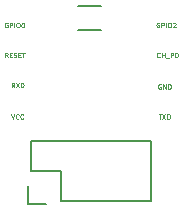
<source format=gbr>
G04 #@! TF.FileFunction,Legend,Top*
%FSLAX46Y46*%
G04 Gerber Fmt 4.6, Leading zero omitted, Abs format (unit mm)*
G04 Created by KiCad (PCBNEW 4.0.2-stable) date 12/27/2016 12:03:46 PM*
%MOMM*%
G01*
G04 APERTURE LIST*
%ADD10C,0.100000*%
%ADD11C,0.075000*%
%ADD12C,0.150000*%
G04 APERTURE END LIST*
D10*
D11*
X130102048Y-109908952D02*
X129968714Y-109718476D01*
X129873476Y-109908952D02*
X129873476Y-109508952D01*
X130025857Y-109508952D01*
X130063952Y-109528000D01*
X130083000Y-109547048D01*
X130102048Y-109585143D01*
X130102048Y-109642286D01*
X130083000Y-109680381D01*
X130063952Y-109699429D01*
X130025857Y-109718476D01*
X129873476Y-109718476D01*
X130273476Y-109699429D02*
X130406809Y-109699429D01*
X130463952Y-109908952D02*
X130273476Y-109908952D01*
X130273476Y-109508952D01*
X130463952Y-109508952D01*
X130616333Y-109889905D02*
X130673476Y-109908952D01*
X130768714Y-109908952D01*
X130806810Y-109889905D01*
X130825857Y-109870857D01*
X130844905Y-109832762D01*
X130844905Y-109794667D01*
X130825857Y-109756571D01*
X130806810Y-109737524D01*
X130768714Y-109718476D01*
X130692524Y-109699429D01*
X130654429Y-109680381D01*
X130635381Y-109661333D01*
X130616333Y-109623238D01*
X130616333Y-109585143D01*
X130635381Y-109547048D01*
X130654429Y-109528000D01*
X130692524Y-109508952D01*
X130787762Y-109508952D01*
X130844905Y-109528000D01*
X131016333Y-109699429D02*
X131149666Y-109699429D01*
X131206809Y-109908952D02*
X131016333Y-109908952D01*
X131016333Y-109508952D01*
X131206809Y-109508952D01*
X131321095Y-109508952D02*
X131549667Y-109508952D01*
X131435381Y-109908952D02*
X131435381Y-109508952D01*
X130092524Y-106988000D02*
X130054429Y-106968952D01*
X129997286Y-106968952D01*
X129940143Y-106988000D01*
X129902048Y-107026095D01*
X129883000Y-107064190D01*
X129863952Y-107140381D01*
X129863952Y-107197524D01*
X129883000Y-107273714D01*
X129902048Y-107311810D01*
X129940143Y-107349905D01*
X129997286Y-107368952D01*
X130035381Y-107368952D01*
X130092524Y-107349905D01*
X130111572Y-107330857D01*
X130111572Y-107197524D01*
X130035381Y-107197524D01*
X130283000Y-107368952D02*
X130283000Y-106968952D01*
X130435381Y-106968952D01*
X130473476Y-106988000D01*
X130492524Y-107007048D01*
X130511572Y-107045143D01*
X130511572Y-107102286D01*
X130492524Y-107140381D01*
X130473476Y-107159429D01*
X130435381Y-107178476D01*
X130283000Y-107178476D01*
X130683000Y-107368952D02*
X130683000Y-106968952D01*
X130949667Y-106968952D02*
X131025857Y-106968952D01*
X131063952Y-106988000D01*
X131102048Y-107026095D01*
X131121095Y-107102286D01*
X131121095Y-107235619D01*
X131102048Y-107311810D01*
X131063952Y-107349905D01*
X131025857Y-107368952D01*
X130949667Y-107368952D01*
X130911571Y-107349905D01*
X130873476Y-107311810D01*
X130854428Y-107235619D01*
X130854428Y-107102286D01*
X130873476Y-107026095D01*
X130911571Y-106988000D01*
X130949667Y-106968952D01*
X131368715Y-106968952D02*
X131406810Y-106968952D01*
X131444905Y-106988000D01*
X131463953Y-107007048D01*
X131483000Y-107045143D01*
X131502048Y-107121333D01*
X131502048Y-107216571D01*
X131483000Y-107292762D01*
X131463953Y-107330857D01*
X131444905Y-107349905D01*
X131406810Y-107368952D01*
X131368715Y-107368952D01*
X131330619Y-107349905D01*
X131311572Y-107330857D01*
X131292524Y-107292762D01*
X131273476Y-107216571D01*
X131273476Y-107121333D01*
X131292524Y-107045143D01*
X131311572Y-107007048D01*
X131330619Y-106988000D01*
X131368715Y-106968952D01*
X130670334Y-112448952D02*
X130537000Y-112258476D01*
X130441762Y-112448952D02*
X130441762Y-112048952D01*
X130594143Y-112048952D01*
X130632238Y-112068000D01*
X130651286Y-112087048D01*
X130670334Y-112125143D01*
X130670334Y-112182286D01*
X130651286Y-112220381D01*
X130632238Y-112239429D01*
X130594143Y-112258476D01*
X130441762Y-112258476D01*
X130803667Y-112048952D02*
X131070334Y-112448952D01*
X131070334Y-112048952D02*
X130803667Y-112448952D01*
X131222714Y-112448952D02*
X131222714Y-112048952D01*
X131317952Y-112048952D01*
X131375095Y-112068000D01*
X131413190Y-112106095D01*
X131432238Y-112144190D01*
X131451286Y-112220381D01*
X131451286Y-112277524D01*
X131432238Y-112353714D01*
X131413190Y-112391810D01*
X131375095Y-112429905D01*
X131317952Y-112448952D01*
X131222714Y-112448952D01*
X130403667Y-114715952D02*
X130537001Y-115115952D01*
X130670334Y-114715952D01*
X131032239Y-115077857D02*
X131013191Y-115096905D01*
X130956048Y-115115952D01*
X130917953Y-115115952D01*
X130860810Y-115096905D01*
X130822715Y-115058810D01*
X130803667Y-115020714D01*
X130784619Y-114944524D01*
X130784619Y-114887381D01*
X130803667Y-114811190D01*
X130822715Y-114773095D01*
X130860810Y-114735000D01*
X130917953Y-114715952D01*
X130956048Y-114715952D01*
X131013191Y-114735000D01*
X131032239Y-114754048D01*
X131432239Y-115077857D02*
X131413191Y-115096905D01*
X131356048Y-115115952D01*
X131317953Y-115115952D01*
X131260810Y-115096905D01*
X131222715Y-115058810D01*
X131203667Y-115020714D01*
X131184619Y-114944524D01*
X131184619Y-114887381D01*
X131203667Y-114811190D01*
X131222715Y-114773095D01*
X131260810Y-114735000D01*
X131317953Y-114715952D01*
X131356048Y-114715952D01*
X131413191Y-114735000D01*
X131432239Y-114754048D01*
X142878238Y-114715952D02*
X143106810Y-114715952D01*
X142992524Y-115115952D02*
X142992524Y-114715952D01*
X143202048Y-114715952D02*
X143468715Y-115115952D01*
X143468715Y-114715952D02*
X143202048Y-115115952D01*
X143621095Y-115115952D02*
X143621095Y-114715952D01*
X143716333Y-114715952D01*
X143773476Y-114735000D01*
X143811571Y-114773095D01*
X143830619Y-114811190D01*
X143849667Y-114887381D01*
X143849667Y-114944524D01*
X143830619Y-115020714D01*
X143811571Y-115058810D01*
X143773476Y-115096905D01*
X143716333Y-115115952D01*
X143621095Y-115115952D01*
X143078238Y-112195000D02*
X143040143Y-112175952D01*
X142983000Y-112175952D01*
X142925857Y-112195000D01*
X142887762Y-112233095D01*
X142868714Y-112271190D01*
X142849666Y-112347381D01*
X142849666Y-112404524D01*
X142868714Y-112480714D01*
X142887762Y-112518810D01*
X142925857Y-112556905D01*
X142983000Y-112575952D01*
X143021095Y-112575952D01*
X143078238Y-112556905D01*
X143097286Y-112537857D01*
X143097286Y-112404524D01*
X143021095Y-112404524D01*
X143268714Y-112575952D02*
X143268714Y-112175952D01*
X143497286Y-112575952D01*
X143497286Y-112175952D01*
X143687762Y-112575952D02*
X143687762Y-112175952D01*
X143783000Y-112175952D01*
X143840143Y-112195000D01*
X143878238Y-112233095D01*
X143897286Y-112271190D01*
X143916334Y-112347381D01*
X143916334Y-112404524D01*
X143897286Y-112480714D01*
X143878238Y-112518810D01*
X143840143Y-112556905D01*
X143783000Y-112575952D01*
X143687762Y-112575952D01*
X142998905Y-109870857D02*
X142979857Y-109889905D01*
X142922714Y-109908952D01*
X142884619Y-109908952D01*
X142827476Y-109889905D01*
X142789381Y-109851810D01*
X142770333Y-109813714D01*
X142751285Y-109737524D01*
X142751285Y-109680381D01*
X142770333Y-109604190D01*
X142789381Y-109566095D01*
X142827476Y-109528000D01*
X142884619Y-109508952D01*
X142922714Y-109508952D01*
X142979857Y-109528000D01*
X142998905Y-109547048D01*
X143170333Y-109908952D02*
X143170333Y-109508952D01*
X143170333Y-109699429D02*
X143398905Y-109699429D01*
X143398905Y-109908952D02*
X143398905Y-109508952D01*
X143494143Y-109947048D02*
X143798905Y-109947048D01*
X143894143Y-109908952D02*
X143894143Y-109508952D01*
X144046524Y-109508952D01*
X144084619Y-109528000D01*
X144103667Y-109547048D01*
X144122715Y-109585143D01*
X144122715Y-109642286D01*
X144103667Y-109680381D01*
X144084619Y-109699429D01*
X144046524Y-109718476D01*
X143894143Y-109718476D01*
X144294143Y-109908952D02*
X144294143Y-109508952D01*
X144389381Y-109508952D01*
X144446524Y-109528000D01*
X144484619Y-109566095D01*
X144503667Y-109604190D01*
X144522715Y-109680381D01*
X144522715Y-109737524D01*
X144503667Y-109813714D01*
X144484619Y-109851810D01*
X144446524Y-109889905D01*
X144389381Y-109908952D01*
X144294143Y-109908952D01*
X142919524Y-106988000D02*
X142881429Y-106968952D01*
X142824286Y-106968952D01*
X142767143Y-106988000D01*
X142729048Y-107026095D01*
X142710000Y-107064190D01*
X142690952Y-107140381D01*
X142690952Y-107197524D01*
X142710000Y-107273714D01*
X142729048Y-107311810D01*
X142767143Y-107349905D01*
X142824286Y-107368952D01*
X142862381Y-107368952D01*
X142919524Y-107349905D01*
X142938572Y-107330857D01*
X142938572Y-107197524D01*
X142862381Y-107197524D01*
X143110000Y-107368952D02*
X143110000Y-106968952D01*
X143262381Y-106968952D01*
X143300476Y-106988000D01*
X143319524Y-107007048D01*
X143338572Y-107045143D01*
X143338572Y-107102286D01*
X143319524Y-107140381D01*
X143300476Y-107159429D01*
X143262381Y-107178476D01*
X143110000Y-107178476D01*
X143510000Y-107368952D02*
X143510000Y-106968952D01*
X143776667Y-106968952D02*
X143852857Y-106968952D01*
X143890952Y-106988000D01*
X143929048Y-107026095D01*
X143948095Y-107102286D01*
X143948095Y-107235619D01*
X143929048Y-107311810D01*
X143890952Y-107349905D01*
X143852857Y-107368952D01*
X143776667Y-107368952D01*
X143738571Y-107349905D01*
X143700476Y-107311810D01*
X143681428Y-107235619D01*
X143681428Y-107102286D01*
X143700476Y-107026095D01*
X143738571Y-106988000D01*
X143776667Y-106968952D01*
X144100476Y-107007048D02*
X144119524Y-106988000D01*
X144157619Y-106968952D01*
X144252857Y-106968952D01*
X144290953Y-106988000D01*
X144310000Y-107007048D01*
X144329048Y-107045143D01*
X144329048Y-107083238D01*
X144310000Y-107140381D01*
X144081429Y-107368952D01*
X144329048Y-107368952D01*
D12*
X134620000Y-122047000D02*
X142240000Y-122047000D01*
X142240000Y-122047000D02*
X142240000Y-116967000D01*
X142240000Y-116967000D02*
X132080000Y-116967000D01*
X132080000Y-116967000D02*
X132080000Y-119507000D01*
X131800000Y-120777000D02*
X131800000Y-122327000D01*
X132080000Y-119507000D02*
X134620000Y-119507000D01*
X134620000Y-119507000D02*
X134620000Y-122047000D01*
X131800000Y-122327000D02*
X133350000Y-122327000D01*
X138033000Y-105528000D02*
X136033000Y-105528000D01*
X136033000Y-107578000D02*
X138033000Y-107578000D01*
M02*

</source>
